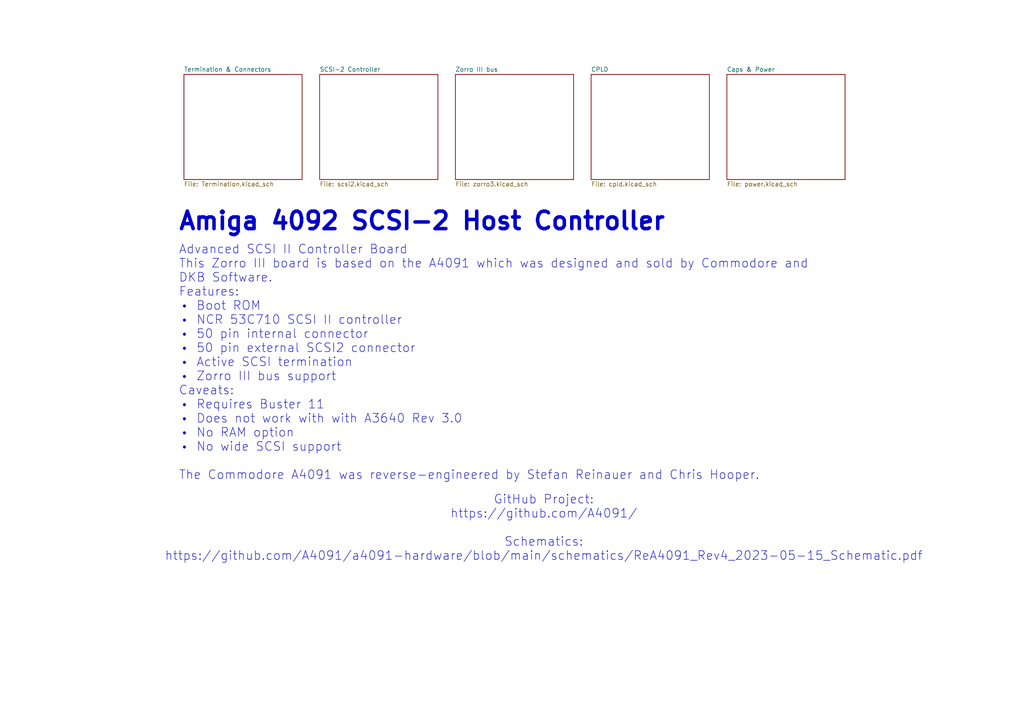
<source format=kicad_sch>
(kicad_sch
	(version 20250114)
	(generator "eeschema")
	(generator_version "9.0")
	(uuid "8f9f4021-47aa-41d9-bea7-f6ccf72098bb")
	(paper "A4")
	(title_block
		(title "A4092")
		(rev "PROTO0")
		(company "amiga.technology")
	)
	(lib_symbols)
	(text "Advanced SCSI II Controller Board\nThis Zorro III board is based on the A4091 which was designed and sold by Commodore and\nDKB Software.\nFeatures:\n• Boot ROM\n• NCR 53C710 SCSI II controller\n• 50 pin internal connector\n• 50 pin external SCSI2 connector\n• Active SCSI termination\n• Zorro III bus support\nCaveats:\n• Requires Buster 11\n• Does not work with with A3640 Rev 3.0\n• No RAM option\n• No wide SCSI support\n\nThe Commodore A4091 was reverse-engineered by Stefan Reinauer and Chris Hooper. "
		(exclude_from_sim no)
		(at 51.816 105.156 0)
		(effects
			(font
				(size 2.54 2.54)
			)
			(justify left)
		)
		(uuid "363a9f3a-b894-40a2-9e9f-dc4ebfc1fee5")
	)
	(text "GitHub Project:\nhttps://github.com/A4091/\n\nSchematics:\nhttps://github.com/A4091/a4091-hardware/blob/main/schematics/ReA4091_Rev4_2023-05-15_Schematic.pdf"
		(exclude_from_sim no)
		(at 157.734 153.162 0)
		(effects
			(font
				(size 2.54 2.54)
			)
		)
		(uuid "b26551c3-a6a4-43fd-b17b-3a63f4664a89")
	)
	(text "Amiga 4092 SCSI-2 Host Controller\n"
		(exclude_from_sim no)
		(at 122.428 64.262 0)
		(effects
			(font
				(size 5.08 5.08)
				(thickness 1.016)
				(bold yes)
			)
		)
		(uuid "c6531cf0-d2cd-433f-a591-9bba1b6cad6b")
	)
	(sheet
		(at 210.82 21.59)
		(size 34.29 30.48)
		(exclude_from_sim no)
		(in_bom yes)
		(on_board yes)
		(dnp no)
		(fields_autoplaced yes)
		(stroke
			(width 0.1524)
			(type solid)
		)
		(fill
			(color 0 0 0 0.0000)
		)
		(uuid "166c366c-e5f9-4398-87d9-75fc4b57be99")
		(property "Sheetname" "Caps & Power"
			(at 210.82 20.8784 0)
			(effects
				(font
					(size 1.27 1.27)
				)
				(justify left bottom)
			)
		)
		(property "Sheetfile" "power.kicad_sch"
			(at 210.82 52.6546 0)
			(effects
				(font
					(size 1.27 1.27)
				)
				(justify left top)
			)
		)
		(instances
			(project "A4092"
				(path "/8f9f4021-47aa-41d9-bea7-f6ccf72098bb"
					(page "6")
				)
			)
		)
	)
	(sheet
		(at 92.71 21.59)
		(size 34.29 30.48)
		(exclude_from_sim no)
		(in_bom yes)
		(on_board yes)
		(dnp no)
		(fields_autoplaced yes)
		(stroke
			(width 0.1524)
			(type solid)
		)
		(fill
			(color 0 0 0 0.0000)
		)
		(uuid "2daf4fe3-1e72-4ad5-914a-264df02f69b3")
		(property "Sheetname" "SCSI-2 Controller"
			(at 92.71 20.8784 0)
			(effects
				(font
					(size 1.27 1.27)
				)
				(justify left bottom)
			)
		)
		(property "Sheetfile" "scsi2.kicad_sch"
			(at 92.71 52.6546 0)
			(effects
				(font
					(size 1.27 1.27)
				)
				(justify left top)
			)
		)
		(instances
			(project "A4092"
				(path "/8f9f4021-47aa-41d9-bea7-f6ccf72098bb"
					(page "3")
				)
			)
		)
	)
	(sheet
		(at 53.34 21.59)
		(size 34.29 30.48)
		(exclude_from_sim no)
		(in_bom yes)
		(on_board yes)
		(dnp no)
		(fields_autoplaced yes)
		(stroke
			(width 0.1524)
			(type solid)
		)
		(fill
			(color 0 0 0 0.0000)
		)
		(uuid "53e9e23b-3b92-4a87-a15c-9c224d6145c5")
		(property "Sheetname" "Termination & Connectors"
			(at 53.34 20.8784 0)
			(effects
				(font
					(size 1.27 1.27)
				)
				(justify left bottom)
			)
		)
		(property "Sheetfile" "Termination.kicad_sch"
			(at 53.34 52.6546 0)
			(effects
				(font
					(size 1.27 1.27)
				)
				(justify left top)
			)
		)
		(instances
			(project "A4092"
				(path "/8f9f4021-47aa-41d9-bea7-f6ccf72098bb"
					(page "2")
				)
			)
		)
	)
	(sheet
		(at 132.08 21.59)
		(size 34.29 30.48)
		(exclude_from_sim no)
		(in_bom yes)
		(on_board yes)
		(dnp no)
		(fields_autoplaced yes)
		(stroke
			(width 0.1524)
			(type solid)
		)
		(fill
			(color 0 0 0 0.0000)
		)
		(uuid "54ff82a5-3c96-49ab-8139-25683e385401")
		(property "Sheetname" "Zorro III bus"
			(at 132.08 20.8784 0)
			(effects
				(font
					(size 1.27 1.27)
				)
				(justify left bottom)
			)
		)
		(property "Sheetfile" "zorro3.kicad_sch"
			(at 132.08 52.6546 0)
			(effects
				(font
					(size 1.27 1.27)
				)
				(justify left top)
			)
		)
		(instances
			(project "A4092"
				(path "/8f9f4021-47aa-41d9-bea7-f6ccf72098bb"
					(page "5")
				)
			)
		)
	)
	(sheet
		(at 171.45 21.59)
		(size 34.29 30.48)
		(exclude_from_sim no)
		(in_bom yes)
		(on_board yes)
		(dnp no)
		(fields_autoplaced yes)
		(stroke
			(width 0.1524)
			(type solid)
		)
		(fill
			(color 0 0 0 0.0000)
		)
		(uuid "6ae4417c-9681-4757-b289-033d6e31deb3")
		(property "Sheetname" "CPLD"
			(at 171.45 20.8784 0)
			(effects
				(font
					(size 1.27 1.27)
				)
				(justify left bottom)
			)
		)
		(property "Sheetfile" "cpld.kicad_sch"
			(at 171.45 52.6546 0)
			(effects
				(font
					(size 1.27 1.27)
				)
				(justify left top)
			)
		)
		(instances
			(project "A4092"
				(path "/8f9f4021-47aa-41d9-bea7-f6ccf72098bb"
					(page "4")
				)
			)
		)
	)
	(sheet_instances
		(path "/"
			(page "1")
		)
	)
	(embedded_fonts no)
)

</source>
